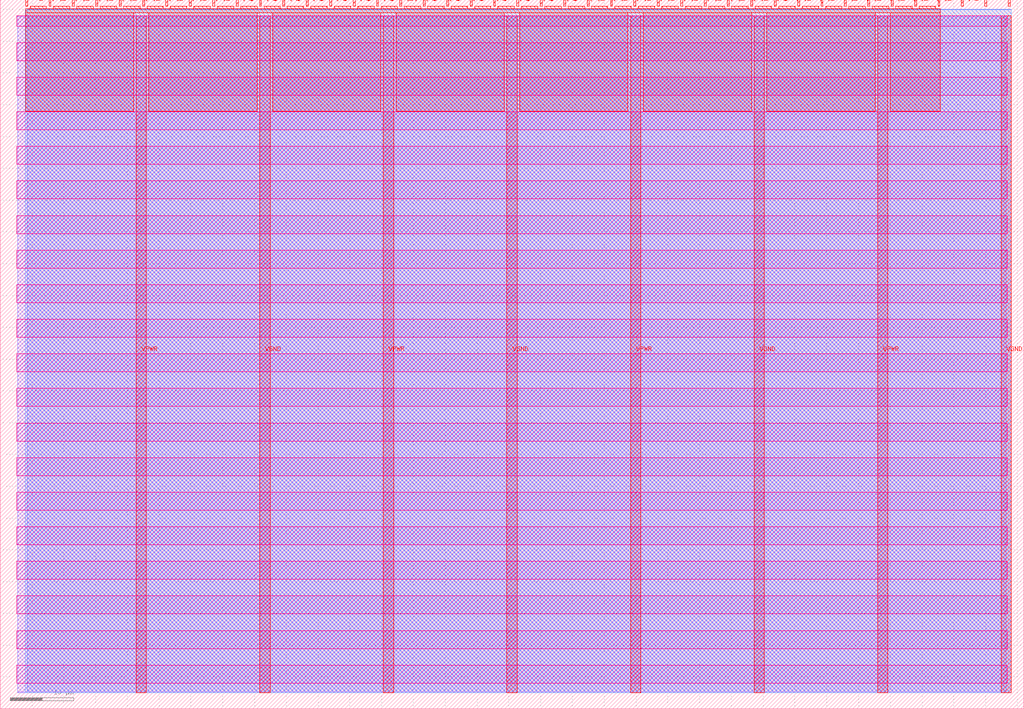
<source format=lef>
VERSION 5.7 ;
  NOWIREEXTENSIONATPIN ON ;
  DIVIDERCHAR "/" ;
  BUSBITCHARS "[]" ;
MACRO tt_um_wokwi_346662028519146068
  CLASS BLOCK ;
  FOREIGN tt_um_wokwi_346662028519146068 ;
  ORIGIN 0.000 0.000 ;
  SIZE 161.000 BY 111.520 ;
  PIN VGND
    DIRECTION INOUT ;
    USE GROUND ;
    PORT
      LAYER met4 ;
        RECT 40.830 2.480 42.430 109.040 ;
    END
    PORT
      LAYER met4 ;
        RECT 79.700 2.480 81.300 109.040 ;
    END
    PORT
      LAYER met4 ;
        RECT 118.570 2.480 120.170 109.040 ;
    END
    PORT
      LAYER met4 ;
        RECT 157.440 2.480 159.040 109.040 ;
    END
  END VGND
  PIN VPWR
    DIRECTION INOUT ;
    USE POWER ;
    PORT
      LAYER met4 ;
        RECT 21.395 2.480 22.995 109.040 ;
    END
    PORT
      LAYER met4 ;
        RECT 60.265 2.480 61.865 109.040 ;
    END
    PORT
      LAYER met4 ;
        RECT 99.135 2.480 100.735 109.040 ;
    END
    PORT
      LAYER met4 ;
        RECT 138.005 2.480 139.605 109.040 ;
    END
  END VPWR
  PIN clk
    DIRECTION INPUT ;
    USE SIGNAL ;
    PORT
      LAYER met4 ;
        RECT 154.870 110.520 155.170 111.520 ;
    END
  END clk
  PIN ena
    DIRECTION INPUT ;
    USE SIGNAL ;
    PORT
      LAYER met4 ;
        RECT 158.550 110.520 158.850 111.520 ;
    END
  END ena
  PIN rst_n
    DIRECTION INPUT ;
    USE SIGNAL ;
    PORT
      LAYER met4 ;
        RECT 151.190 110.520 151.490 111.520 ;
    END
  END rst_n
  PIN ui_in[0]
    DIRECTION INPUT ;
    USE SIGNAL ;
    ANTENNAGATEAREA 0.196500 ;
    PORT
      LAYER met4 ;
        RECT 147.510 110.520 147.810 111.520 ;
    END
  END ui_in[0]
  PIN ui_in[1]
    DIRECTION INPUT ;
    USE SIGNAL ;
    ANTENNAGATEAREA 0.196500 ;
    PORT
      LAYER met4 ;
        RECT 143.830 110.520 144.130 111.520 ;
    END
  END ui_in[1]
  PIN ui_in[2]
    DIRECTION INPUT ;
    USE SIGNAL ;
    ANTENNAGATEAREA 0.196500 ;
    PORT
      LAYER met4 ;
        RECT 140.150 110.520 140.450 111.520 ;
    END
  END ui_in[2]
  PIN ui_in[3]
    DIRECTION INPUT ;
    USE SIGNAL ;
    PORT
      LAYER met4 ;
        RECT 136.470 110.520 136.770 111.520 ;
    END
  END ui_in[3]
  PIN ui_in[4]
    DIRECTION INPUT ;
    USE SIGNAL ;
    PORT
      LAYER met4 ;
        RECT 132.790 110.520 133.090 111.520 ;
    END
  END ui_in[4]
  PIN ui_in[5]
    DIRECTION INPUT ;
    USE SIGNAL ;
    PORT
      LAYER met4 ;
        RECT 129.110 110.520 129.410 111.520 ;
    END
  END ui_in[5]
  PIN ui_in[6]
    DIRECTION INPUT ;
    USE SIGNAL ;
    PORT
      LAYER met4 ;
        RECT 125.430 110.520 125.730 111.520 ;
    END
  END ui_in[6]
  PIN ui_in[7]
    DIRECTION INPUT ;
    USE SIGNAL ;
    PORT
      LAYER met4 ;
        RECT 121.750 110.520 122.050 111.520 ;
    END
  END ui_in[7]
  PIN uio_in[0]
    DIRECTION INPUT ;
    USE SIGNAL ;
    PORT
      LAYER met4 ;
        RECT 118.070 110.520 118.370 111.520 ;
    END
  END uio_in[0]
  PIN uio_in[1]
    DIRECTION INPUT ;
    USE SIGNAL ;
    PORT
      LAYER met4 ;
        RECT 114.390 110.520 114.690 111.520 ;
    END
  END uio_in[1]
  PIN uio_in[2]
    DIRECTION INPUT ;
    USE SIGNAL ;
    PORT
      LAYER met4 ;
        RECT 110.710 110.520 111.010 111.520 ;
    END
  END uio_in[2]
  PIN uio_in[3]
    DIRECTION INPUT ;
    USE SIGNAL ;
    PORT
      LAYER met4 ;
        RECT 107.030 110.520 107.330 111.520 ;
    END
  END uio_in[3]
  PIN uio_in[4]
    DIRECTION INPUT ;
    USE SIGNAL ;
    PORT
      LAYER met4 ;
        RECT 103.350 110.520 103.650 111.520 ;
    END
  END uio_in[4]
  PIN uio_in[5]
    DIRECTION INPUT ;
    USE SIGNAL ;
    PORT
      LAYER met4 ;
        RECT 99.670 110.520 99.970 111.520 ;
    END
  END uio_in[5]
  PIN uio_in[6]
    DIRECTION INPUT ;
    USE SIGNAL ;
    PORT
      LAYER met4 ;
        RECT 95.990 110.520 96.290 111.520 ;
    END
  END uio_in[6]
  PIN uio_in[7]
    DIRECTION INPUT ;
    USE SIGNAL ;
    PORT
      LAYER met4 ;
        RECT 92.310 110.520 92.610 111.520 ;
    END
  END uio_in[7]
  PIN uio_oe[0]
    DIRECTION OUTPUT TRISTATE ;
    USE SIGNAL ;
    PORT
      LAYER met4 ;
        RECT 29.750 110.520 30.050 111.520 ;
    END
  END uio_oe[0]
  PIN uio_oe[1]
    DIRECTION OUTPUT TRISTATE ;
    USE SIGNAL ;
    PORT
      LAYER met4 ;
        RECT 26.070 110.520 26.370 111.520 ;
    END
  END uio_oe[1]
  PIN uio_oe[2]
    DIRECTION OUTPUT TRISTATE ;
    USE SIGNAL ;
    PORT
      LAYER met4 ;
        RECT 22.390 110.520 22.690 111.520 ;
    END
  END uio_oe[2]
  PIN uio_oe[3]
    DIRECTION OUTPUT TRISTATE ;
    USE SIGNAL ;
    PORT
      LAYER met4 ;
        RECT 18.710 110.520 19.010 111.520 ;
    END
  END uio_oe[3]
  PIN uio_oe[4]
    DIRECTION OUTPUT TRISTATE ;
    USE SIGNAL ;
    PORT
      LAYER met4 ;
        RECT 15.030 110.520 15.330 111.520 ;
    END
  END uio_oe[4]
  PIN uio_oe[5]
    DIRECTION OUTPUT TRISTATE ;
    USE SIGNAL ;
    PORT
      LAYER met4 ;
        RECT 11.350 110.520 11.650 111.520 ;
    END
  END uio_oe[5]
  PIN uio_oe[6]
    DIRECTION OUTPUT TRISTATE ;
    USE SIGNAL ;
    PORT
      LAYER met4 ;
        RECT 7.670 110.520 7.970 111.520 ;
    END
  END uio_oe[6]
  PIN uio_oe[7]
    DIRECTION OUTPUT TRISTATE ;
    USE SIGNAL ;
    PORT
      LAYER met4 ;
        RECT 3.990 110.520 4.290 111.520 ;
    END
  END uio_oe[7]
  PIN uio_out[0]
    DIRECTION OUTPUT TRISTATE ;
    USE SIGNAL ;
    PORT
      LAYER met4 ;
        RECT 59.190 110.520 59.490 111.520 ;
    END
  END uio_out[0]
  PIN uio_out[1]
    DIRECTION OUTPUT TRISTATE ;
    USE SIGNAL ;
    PORT
      LAYER met4 ;
        RECT 55.510 110.520 55.810 111.520 ;
    END
  END uio_out[1]
  PIN uio_out[2]
    DIRECTION OUTPUT TRISTATE ;
    USE SIGNAL ;
    PORT
      LAYER met4 ;
        RECT 51.830 110.520 52.130 111.520 ;
    END
  END uio_out[2]
  PIN uio_out[3]
    DIRECTION OUTPUT TRISTATE ;
    USE SIGNAL ;
    PORT
      LAYER met4 ;
        RECT 48.150 110.520 48.450 111.520 ;
    END
  END uio_out[3]
  PIN uio_out[4]
    DIRECTION OUTPUT TRISTATE ;
    USE SIGNAL ;
    PORT
      LAYER met4 ;
        RECT 44.470 110.520 44.770 111.520 ;
    END
  END uio_out[4]
  PIN uio_out[5]
    DIRECTION OUTPUT TRISTATE ;
    USE SIGNAL ;
    PORT
      LAYER met4 ;
        RECT 40.790 110.520 41.090 111.520 ;
    END
  END uio_out[5]
  PIN uio_out[6]
    DIRECTION OUTPUT TRISTATE ;
    USE SIGNAL ;
    PORT
      LAYER met4 ;
        RECT 37.110 110.520 37.410 111.520 ;
    END
  END uio_out[6]
  PIN uio_out[7]
    DIRECTION OUTPUT TRISTATE ;
    USE SIGNAL ;
    PORT
      LAYER met4 ;
        RECT 33.430 110.520 33.730 111.520 ;
    END
  END uio_out[7]
  PIN uo_out[0]
    DIRECTION OUTPUT TRISTATE ;
    USE SIGNAL ;
    ANTENNADIFFAREA 0.795200 ;
    PORT
      LAYER met4 ;
        RECT 88.630 110.520 88.930 111.520 ;
    END
  END uo_out[0]
  PIN uo_out[1]
    DIRECTION OUTPUT TRISTATE ;
    USE SIGNAL ;
    PORT
      LAYER met4 ;
        RECT 84.950 110.520 85.250 111.520 ;
    END
  END uo_out[1]
  PIN uo_out[2]
    DIRECTION OUTPUT TRISTATE ;
    USE SIGNAL ;
    PORT
      LAYER met4 ;
        RECT 81.270 110.520 81.570 111.520 ;
    END
  END uo_out[2]
  PIN uo_out[3]
    DIRECTION OUTPUT TRISTATE ;
    USE SIGNAL ;
    PORT
      LAYER met4 ;
        RECT 77.590 110.520 77.890 111.520 ;
    END
  END uo_out[3]
  PIN uo_out[4]
    DIRECTION OUTPUT TRISTATE ;
    USE SIGNAL ;
    PORT
      LAYER met4 ;
        RECT 73.910 110.520 74.210 111.520 ;
    END
  END uo_out[4]
  PIN uo_out[5]
    DIRECTION OUTPUT TRISTATE ;
    USE SIGNAL ;
    ANTENNADIFFAREA 0.795200 ;
    PORT
      LAYER met4 ;
        RECT 70.230 110.520 70.530 111.520 ;
    END
  END uo_out[5]
  PIN uo_out[6]
    DIRECTION OUTPUT TRISTATE ;
    USE SIGNAL ;
    PORT
      LAYER met4 ;
        RECT 66.550 110.520 66.850 111.520 ;
    END
  END uo_out[6]
  PIN uo_out[7]
    DIRECTION OUTPUT TRISTATE ;
    USE SIGNAL ;
    PORT
      LAYER met4 ;
        RECT 62.870 110.520 63.170 111.520 ;
    END
  END uo_out[7]
  OBS
      LAYER nwell ;
        RECT 2.570 107.385 158.430 108.990 ;
        RECT 2.570 101.945 158.430 104.775 ;
        RECT 2.570 96.505 158.430 99.335 ;
        RECT 2.570 91.065 158.430 93.895 ;
        RECT 2.570 85.625 158.430 88.455 ;
        RECT 2.570 80.185 158.430 83.015 ;
        RECT 2.570 74.745 158.430 77.575 ;
        RECT 2.570 69.305 158.430 72.135 ;
        RECT 2.570 63.865 158.430 66.695 ;
        RECT 2.570 58.425 158.430 61.255 ;
        RECT 2.570 52.985 158.430 55.815 ;
        RECT 2.570 47.545 158.430 50.375 ;
        RECT 2.570 42.105 158.430 44.935 ;
        RECT 2.570 36.665 158.430 39.495 ;
        RECT 2.570 31.225 158.430 34.055 ;
        RECT 2.570 25.785 158.430 28.615 ;
        RECT 2.570 20.345 158.430 23.175 ;
        RECT 2.570 14.905 158.430 17.735 ;
        RECT 2.570 9.465 158.430 12.295 ;
        RECT 2.570 4.025 158.430 6.855 ;
      LAYER li1 ;
        RECT 2.760 2.635 158.240 108.885 ;
      LAYER met1 ;
        RECT 2.760 2.480 159.040 109.040 ;
      LAYER met2 ;
        RECT 4.230 2.535 159.010 110.005 ;
      LAYER met3 ;
        RECT 3.950 2.555 159.030 109.985 ;
      LAYER met4 ;
        RECT 4.690 110.120 7.270 110.520 ;
        RECT 8.370 110.120 10.950 110.520 ;
        RECT 12.050 110.120 14.630 110.520 ;
        RECT 15.730 110.120 18.310 110.520 ;
        RECT 19.410 110.120 21.990 110.520 ;
        RECT 23.090 110.120 25.670 110.520 ;
        RECT 26.770 110.120 29.350 110.520 ;
        RECT 30.450 110.120 33.030 110.520 ;
        RECT 34.130 110.120 36.710 110.520 ;
        RECT 37.810 110.120 40.390 110.520 ;
        RECT 41.490 110.120 44.070 110.520 ;
        RECT 45.170 110.120 47.750 110.520 ;
        RECT 48.850 110.120 51.430 110.520 ;
        RECT 52.530 110.120 55.110 110.520 ;
        RECT 56.210 110.120 58.790 110.520 ;
        RECT 59.890 110.120 62.470 110.520 ;
        RECT 63.570 110.120 66.150 110.520 ;
        RECT 67.250 110.120 69.830 110.520 ;
        RECT 70.930 110.120 73.510 110.520 ;
        RECT 74.610 110.120 77.190 110.520 ;
        RECT 78.290 110.120 80.870 110.520 ;
        RECT 81.970 110.120 84.550 110.520 ;
        RECT 85.650 110.120 88.230 110.520 ;
        RECT 89.330 110.120 91.910 110.520 ;
        RECT 93.010 110.120 95.590 110.520 ;
        RECT 96.690 110.120 99.270 110.520 ;
        RECT 100.370 110.120 102.950 110.520 ;
        RECT 104.050 110.120 106.630 110.520 ;
        RECT 107.730 110.120 110.310 110.520 ;
        RECT 111.410 110.120 113.990 110.520 ;
        RECT 115.090 110.120 117.670 110.520 ;
        RECT 118.770 110.120 121.350 110.520 ;
        RECT 122.450 110.120 125.030 110.520 ;
        RECT 126.130 110.120 128.710 110.520 ;
        RECT 129.810 110.120 132.390 110.520 ;
        RECT 133.490 110.120 136.070 110.520 ;
        RECT 137.170 110.120 139.750 110.520 ;
        RECT 140.850 110.120 143.430 110.520 ;
        RECT 144.530 110.120 147.110 110.520 ;
        RECT 3.975 109.440 147.825 110.120 ;
        RECT 3.975 94.015 20.995 109.440 ;
        RECT 23.395 94.015 40.430 109.440 ;
        RECT 42.830 94.015 59.865 109.440 ;
        RECT 62.265 94.015 79.300 109.440 ;
        RECT 81.700 94.015 98.735 109.440 ;
        RECT 101.135 94.015 118.170 109.440 ;
        RECT 120.570 94.015 137.605 109.440 ;
        RECT 140.005 94.015 147.825 109.440 ;
  END
END tt_um_wokwi_346662028519146068
END LIBRARY


</source>
